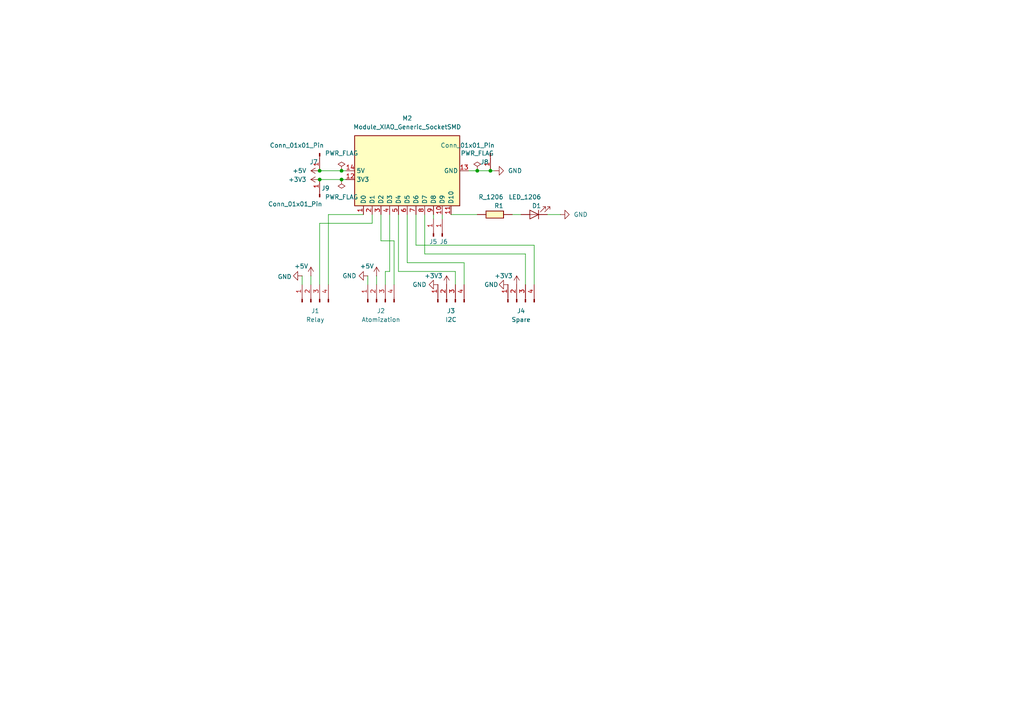
<source format=kicad_sch>
(kicad_sch (version 20250114) (generator "eeschema") (generator_version "9.0")
  (paper "A4")
  (lib_symbols
    (symbol "Connector:Conn_01x01_Pin" (pin_names (offset 1.016) (hide yes))
      (property "Reference" "J" (at 0 2.54 0))
      (property "Value" "Conn_01x01_Pin" (at 0 -2.54 0))
      (symbol "Conn_01x01_Pin_1_1"
        (rectangle (start 0.8636 0.127) (end 0 -0.127) (stroke (width 0.1524)) (fill (type outline)))
        (polyline (pts (xy 1.27 0) (xy 0.8636 0)) (stroke (width 0.1524)))
        (pin passive line (at 5.08 0 180) (length 3.81) (name "Pin_1") (number "1"))
      )
    )
    (symbol "Connector:Conn_01x04_Pin" (pin_names (offset 1.016) (hide yes))
      (property "Reference" "J" (at 0 5.08 0))
      (property "Value" "Conn_01x04_Pin" (at 0 -7.62 0))
      (symbol "Conn_01x04_Pin_1_1"
        (rectangle (start 0.8636 2.667) (end 0 2.413) (stroke (width 0.1524)) (fill (type outline)))
        (rectangle (start 0.8636 0.127) (end 0 -0.127) (stroke (width 0.1524)) (fill (type outline)))
        (rectangle (start 0.8636 -2.413) (end 0 -2.667) (stroke (width 0.1524)) (fill (type outline)))
        (rectangle (start 0.8636 -4.953) (end 0 -5.207) (stroke (width 0.1524)) (fill (type outline)))
        (polyline (pts (xy 1.27 2.54) (xy 0.8636 2.54)) (stroke (width 0.1524)))
        (polyline (pts (xy 1.27 0) (xy 0.8636 0)) (stroke (width 0.1524)))
        (polyline (pts (xy 1.27 -2.54) (xy 0.8636 -2.54)) (stroke (width 0.1524)))
        (polyline (pts (xy 1.27 -5.08) (xy 0.8636 -5.08)) (stroke (width 0.1524)))
        (pin passive line (at 5.08 2.54 180) (length 3.81) (name "Pin_1") (number "1"))
        (pin passive line (at 5.08 0 180) (length 3.81) (name "Pin_2") (number "2"))
        (pin passive line (at 5.08 -2.54 180) (length 3.81) (name "Pin_3") (number "3"))
        (pin passive line (at 5.08 -5.08 180) (length 3.81) (name "Pin_4") (number "4"))
      )
    )
    (symbol "PCM_fab:LED_1206" (pin_numbers (hide yes)) (pin_names (offset 1.016) (hide yes))
      (property "Reference" "D" (at 0 2.54 0))
      (property "Value" "LED_1206" (at 0 -2.54 0))
      (symbol "LED_1206_0_1"
        (polyline (pts (xy -3.048 -0.762) (xy -4.572 -2.286) (xy -3.81 -2.286) (xy -4.572 -2.286) (xy -4.572 -1.524)))
        (polyline (pts (xy -1.778 -0.762) (xy -3.302 -2.286) (xy -2.54 -2.286) (xy -3.302 -2.286) (xy -3.302 -1.524)))
        (polyline (pts (xy -1.27 0) (xy 1.27 0)))
        (polyline (pts (xy -1.27 -1.27) (xy -1.27 1.27)) (stroke (width 0.2032)))
        (polyline (pts (xy 1.27 -1.27) (xy 1.27 1.27) (xy -1.27 0) (xy 1.27 -1.27)) (stroke (width 0.2032)))
      )
      (symbol "LED_1206_1_1"
        (pin passive line (at -3.81 0 0) (length 2.54) (name "K") (number "1"))
        (pin passive line (at 3.81 0 180) (length 2.54) (name "A") (number "2"))
      )
    )
    (symbol "PCM_fab:Module_XIAO_Generic_SocketSMD"
      (property "Reference" "M" (at -10.16 16.51 0))
      (property "Value" "Module_XIAO_Generic_SocketSMD" (at 1.27 16.51 0))
      (symbol "Module_XIAO_Generic_SocketSMD_1_1"
        (rectangle (start -10.16 15.24) (end 10.16 -15.24) (stroke (width 0.254)) (fill (type background)))
        (pin bidirectional line (at -12.7 12.7 0) (length 2.54) (name "D0") (number "1"))
        (pin bidirectional line (at -12.7 10.16 0) (length 2.54) (name "D1") (number "2"))
        (pin bidirectional line (at -12.7 7.62 0) (length 2.54) (name "D2") (number "3"))
        (pin bidirectional line (at -12.7 5.08 0) (length 2.54) (name "D3") (number "4"))
        (pin bidirectional line (at -12.7 2.54 0) (length 2.54) (name "D4") (number "5"))
        (pin bidirectional line (at -12.7 0 0) (length 2.54) (name "D5") (number "6"))
        (pin bidirectional line (at -12.7 -2.54 0) (length 2.54) (name "D6") (number "7"))
        (pin bidirectional line (at -12.7 -5.08 0) (length 2.54) (name "D7") (number "8"))
        (pin bidirectional line (at -12.7 -7.62 0) (length 2.54) (name "D8") (number "9"))
        (pin bidirectional line (at -12.7 -10.16 0) (length 2.54) (name "D9") (number "10"))
        (pin bidirectional line (at -12.7 -12.7 0) (length 2.54) (name "D10") (number "11"))
        (pin power_in line (at -2.54 17.78 270) (length 2.54) (name "3V3") (number "12"))
        (pin power_in line (at 0 17.78 270) (length 2.54) (name "5V") (number "14"))
        (pin power_in line (at 0 -17.78 90) (length 2.54) (name "GND") (number "13"))
      )
    )
    (symbol "PCM_fab:PWR_FLAG" (power) (pin_numbers (hide yes)) (pin_names (offset 0) (hide yes))
      (property "Value" "PWR_FLAG" (at 0 3.81 0))
      (symbol "PWR_FLAG_0_1"
        (polyline (pts (xy 0 0) (xy 0 1.27) (xy -1.016 1.905) (xy 0 2.54) (xy 1.016 1.905) (xy 0 1.27)))
      )
      (symbol "PWR_FLAG_1_0"
        (pin power_out line (at 0 0 90) (length 0) (name "PWR_FLAG") (number "1"))
      )
    )
    (symbol "PCM_fab:R_1206" (pin_numbers (hide yes)) (pin_names (offset 0))
      (property "Reference" "R" (at 2.54 0 90))
      (property "Value" "R_1206" (at -2.54 0 90))
      (symbol "R_1206_0_1"
        (rectangle (start -1.016 -2.54) (end 1.016 2.54) (stroke (width 0.254)) (fill (type background)))
      )
      (symbol "R_1206_1_1"
        (pin passive line (at 0 5.08 270) (length 2.54) (name "~") (number "1"))
        (pin passive line (at 0 -5.08 90) (length 2.54) (name "~") (number "2"))
      )
    )
    (symbol "power:+3V3" (power) (pin_numbers (hide yes)) (pin_names (offset 0) (hide yes))
      (property "Value" "+3V3" (at 0 3.556 0))
      (symbol "+3V3_0_1"
        (polyline (pts (xy -0.762 1.27) (xy 0 2.54)))
        (polyline (pts (xy 0 2.54) (xy 0.762 1.27)))
        (polyline (pts (xy 0 0) (xy 0 2.54)))
      )
      (symbol "+3V3_1_1"
        (pin power_in line (at 0 0 90) (length 0) (name "~") (number "1"))
      )
    )
    (symbol "power:+5V" (power) (pin_numbers (hide yes)) (pin_names (offset 0) (hide yes))
      (property "Value" "+5V" (at 0 3.556 0))
      (symbol "+5V_0_1"
        (polyline (pts (xy -0.762 1.27) (xy 0 2.54)))
        (polyline (pts (xy 0 2.54) (xy 0.762 1.27)))
        (polyline (pts (xy 0 0) (xy 0 2.54)))
      )
      (symbol "+5V_1_1"
        (pin power_in line (at 0 0 90) (length 0) (name "~") (number "1"))
      )
    )
    (symbol "power:GND" (power) (pin_numbers (hide yes)) (pin_names (offset 0) (hide yes))
      (property "Value" "GND" (at 0 -3.81 0))
      (symbol "GND_0_1"
        (polyline (pts (xy 0 0) (xy 0 -1.27) (xy 1.27 -1.27) (xy 0 -2.54) (xy -1.27 -1.27) (xy 0 -1.27)))
      )
      (symbol "GND_1_1"
        (pin power_in line (at 0 0 270) (length 0) (name "~") (number "1"))
      )
    )
  )
  (junction (at 138.43 49.53))
  (junction (at 92.71 49.53))
  (junction (at 92.71 52.07))
  (junction (at 99.06 49.53))
  (junction (at 142.24 49.53))
  (junction (at 99.06 52.07))
  (wire (pts (xy 109.22 80.01) (xy 109.22 82.55)))
  (wire (pts (xy 92.71 52.07) (xy 99.06 52.07)))
  (wire (pts (xy 111.76 78.74) (xy 111.76 82.55)))
  (wire (pts (xy 148.59 62.23) (xy 151.13 62.23)))
  (wire (pts (xy 113.03 62.23) (xy 113.03 78.74)))
  (wire (pts (xy 115.57 62.23) (xy 115.57 78.74)))
  (wire (pts (xy 154.94 71.12) (xy 154.94 82.55)))
  (wire (pts (xy 92.71 49.53) (xy 99.06 49.53)))
  (wire (pts (xy 110.49 62.23) (xy 110.49 69.85)))
  (wire (pts (xy 130.81 62.23) (xy 138.43 62.23)))
  (wire (pts (xy 142.24 49.53) (xy 143.51 49.53)))
  (wire (pts (xy 115.57 78.74) (xy 132.08 78.74)))
  (wire (pts (xy 125.73 62.23) (xy 125.73 63.5)))
  (wire (pts (xy 87.63 80.01) (xy 87.63 82.55)))
  (wire (pts (xy 128.27 62.23) (xy 128.27 63.5)))
  (wire (pts (xy 152.4 73.66) (xy 152.4 82.55)))
  (wire (pts (xy 123.19 62.23) (xy 123.19 73.66)))
  (wire (pts (xy 107.95 62.23) (xy 107.95 64.77)))
  (wire (pts (xy 134.62 76.2) (xy 134.62 82.55)))
  (wire (pts (xy 99.06 49.53) (xy 100.33 49.53)))
  (wire (pts (xy 107.95 64.77) (xy 92.71 64.77)))
  (wire (pts (xy 113.03 78.74) (xy 111.76 78.74)))
  (wire (pts (xy 95.25 62.23) (xy 95.25 82.55)))
  (wire (pts (xy 110.49 69.85) (xy 114.3 69.85)))
  (wire (pts (xy 138.43 49.53) (xy 142.24 49.53)))
  (wire (pts (xy 90.17 80.01) (xy 90.17 82.55)))
  (wire (pts (xy 99.06 52.07) (xy 100.33 52.07)))
  (wire (pts (xy 118.11 76.2) (xy 134.62 76.2)))
  (wire (pts (xy 120.65 62.23) (xy 120.65 71.12)))
  (wire (pts (xy 123.19 73.66) (xy 152.4 73.66)))
  (wire (pts (xy 118.11 62.23) (xy 118.11 76.2)))
  (wire (pts (xy 92.71 64.77) (xy 92.71 82.55)))
  (wire (pts (xy 106.68 80.01) (xy 106.68 82.55)))
  (wire (pts (xy 132.08 78.74) (xy 132.08 82.55)))
  (wire (pts (xy 158.75 62.23) (xy 162.56 62.23)))
  (wire (pts (xy 135.89 49.53) (xy 138.43 49.53)))
  (wire (pts (xy 120.65 71.12) (xy 154.94 71.12)))
  (wire (pts (xy 114.3 69.85) (xy 114.3 82.55)))
  (wire (pts (xy 105.41 62.23) (xy 95.25 62.23)))
  (symbol (lib_id "PCM_fab:LED_1206") (at 154.94 62.23 180) (unit 1)
    (property "Reference" "D1" (at 156.972 59.69 0) (effects (justify left)))
    (property "Value" "LED_1206" (at 156.972 57.15 0) (effects (justify left)))
    (property "Footprint" "PCM_fab:LED_1206" (effects (hide yes)))
    (property "Datasheet" "https://optoelectronics.liteon.com/upload/download/DS-22-98-0002/LTST-C150CKT.pdf" (effects (hide yes)))
    (property "Description" "Light emitting diode, Lite-On Inc. LTST, SMD" (effects (hide yes)))
  )
  (symbol (lib_id "power:GND") (at 87.63 80.01 270) (unit 1)
    (property "Reference" "#PWR03" (effects (hide yes)))
    (property "Value" "GND" (at 82.55 80.264 90))
    (property "Description" "Power symbol creates a global label with name \"GND\" , ground" (effects (hide yes)))
  )
  (symbol (lib_id "power:GND") (at 106.68 80.01 270) (unit 1)
    (property "Reference" "#PWR04" (effects (hide yes)))
    (property "Value" "GND" (at 101.346 80.01 90))
    (property "Description" "Power symbol creates a global label with name \"GND\" , ground" (effects (hide yes)))
  )
  (symbol (lib_id "Connector:Conn_01x01_Pin") (at 142.24 44.45 270) (unit 1)
    (property "Reference" "J8" (at 141.732 46.99 90) (effects (justify right)))
    (property "Value" "Conn_01x01_Pin" (at 143.51 42.164 90) (effects (justify right)))
    (property "Footprint" "TestPoint:TestPoint_Pad_2.0x2.0mm" (effects (hide yes)))
    (property "Description" "Generic connector, single row, 01x01, script generated" (effects (hide yes)))
  )
  (symbol (lib_id "power:GND") (at 147.32 82.55 270) (unit 1)
    (property "Reference" "#PWR014" (effects (hide yes)))
    (property "Value" "GND" (at 142.494 82.55 90))
    (property "Description" "Power symbol creates a global label with name \"GND\" , ground" (effects (hide yes)))
  )
  (symbol (lib_id "power:+5V") (at 92.71 49.53 90) (unit 1)
    (property "Reference" "#PWR011" (effects (hide yes)))
    (property "Value" "+5V" (at 88.9 49.5299 90) (effects (justify left)))
    (property "Description" "Power symbol creates a global label with name \"+5V\"" (effects (hide yes)))
  )
  (symbol (lib_id "power:GND") (at 127 82.55 270) (unit 1)
    (property "Reference" "#PWR013" (effects (hide yes)))
    (property "Value" "GND" (at 121.666 82.55 90))
    (property "Description" "Power symbol creates a global label with name \"GND\" , ground" (effects (hide yes)))
  )
  (symbol (lib_id "Connector:Conn_01x04_Pin") (at 129.54 87.63 90) (unit 1)
    (property "Reference" "J3" (at 130.81 90.17 90))
    (property "Value" "I2C" (at 130.81 92.71 90))
    (property "Footprint" "Grove:SEEEDSTUDIO_114020164" (effects (hide yes)))
    (property "Description" "Generic connector, single row, 01x04, script generated" (effects (hide yes)))
  )
  (symbol (lib_id "Connector:Conn_01x01_Pin") (at 125.73 68.58 90) (unit 1)
    (property "Reference" "J5" (at 124.46 70.104 90) (effects (justify right)))
    (property "Value" "Conn_01x01_Pin" (effects (hide yes)))
    (property "Footprint" "TestPoint:TestPoint_Pad_2.0x2.0mm" (effects (hide yes)))
    (property "Description" "Generic connector, single row, 01x01, script generated" (effects (hide yes)))
  )
  (symbol (lib_id "PCM_fab:PWR_FLAG") (at 99.06 52.07 180) (unit 1)
    (property "Reference" "#FLG02" (effects (hide yes)))
    (property "Value" "PWR_FLAG" (at 99.06 57.15 0))
    (property "Description" "Special symbol for telling ERC where power comes from" (effects (hide yes)))
  )
  (symbol (lib_id "power:+3V3") (at 149.86 82.55 0) (unit 1)
    (property "Reference" "#PWR010" (effects (hide yes)))
    (property "Value" "+3V3" (at 146.05 80.01 0))
    (property "Description" "Power symbol creates a global label with name \"+3V3\"" (effects (hide yes)))
  )
  (symbol (lib_id "Connector:Conn_01x04_Pin") (at 90.17 87.63 90) (unit 1)
    (property "Reference" "J1" (at 91.44 90.17 90))
    (property "Value" "Relay" (at 91.44 92.71 90))
    (property "Footprint" "Grove:SEEEDSTUDIO_114020164" (effects (hide yes)))
    (property "Description" "Generic connector, single row, 01x04, script generated" (effects (hide yes)))
  )
  (symbol (lib_id "Connector:Conn_01x01_Pin") (at 128.27 68.58 90) (unit 1)
    (property "Reference" "J6" (at 127.508 70.104 90) (effects (justify right)))
    (property "Value" "Conn_01x01_Pin" (effects (hide yes)))
    (property "Footprint" "TestPoint:TestPoint_Pad_2.0x2.0mm" (effects (hide yes)))
    (property "Description" "Generic connector, single row, 01x01, script generated" (effects (hide yes)))
  )
  (symbol (lib_id "Connector:Conn_01x01_Pin") (at 92.71 44.45 270) (unit 1)
    (property "Reference" "J7" (at 92.202 46.99 90) (effects (justify right)))
    (property "Value" "Conn_01x01_Pin" (at 93.98 42.164 90) (effects (justify right)))
    (property "Footprint" "TestPoint:TestPoint_Pad_2.0x2.0mm" (effects (hide yes)))
    (property "Description" "Generic connector, single row, 01x01, script generated" (effects (hide yes)))
  )
  (symbol (lib_id "power:+5V") (at 109.22 80.01 0) (unit 1)
    (property "Reference" "#PWR06" (effects (hide yes)))
    (property "Value" "+5V" (at 106.426 77.216 0))
    (property "Description" "Power symbol creates a global label with name \"+5V\"" (effects (hide yes)))
  )
  (symbol (lib_id "PCM_fab:Module_XIAO_Generic_SocketSMD") (at 118.11 49.53 90) (unit 1)
    (property "Reference" "M2" (at 118.11 34.29 90))
    (property "Value" "Module_XIAO_Generic_SocketSMD" (at 118.11 36.83 90))
    (property "Footprint" "PCM_fab:Module_XIAO_Generic_SocketSMD" (effects (hide yes)))
    (property "Datasheet" "https://wiki.seeedstudio.com/xiao_topic_page/" (effects (hide yes)))
    (property "Description" "The Seeed Studio XIAO series, named after the Chinese word for \"small,\" comprises tiny development boards based on various hardware platforms of ESP32, SAMD21, RP2040, nRF52840, RP2350 and RA4M1, MG24" (effects (hide yes)))
  )
  (symbol (lib_id "PCM_fab:R_1206") (at 143.51 62.23 90) (unit 1)
    (property "Reference" "R1" (at 146.05 59.69 90) (effects (justify left)))
    (property "Value" "R_1206" (at 146.05 57.15 90) (effects (justify left)))
    (property "Footprint" "PCM_fab:R_1206" (effects (hide yes)))
    (property "Description" "Resistor" (effects (hide yes)))
  )
  (symbol (lib_id "Connector:Conn_01x01_Pin") (at 92.71 57.15 90) (unit 1)
    (property "Reference" "J9" (at 93.218 54.61 90) (effects (justify right)))
    (property "Value" "Conn_01x01_Pin" (at 77.724 59.182 90) (effects (justify right)))
    (property "Footprint" "TestPoint:TestPoint_Pad_2.0x2.0mm" (effects (hide yes)))
    (property "Description" "Generic connector, single row, 01x01, script generated" (effects (hide yes)))
  )
  (symbol (lib_id "PCM_fab:PWR_FLAG") (at 99.06 49.53 0) (unit 1)
    (property "Reference" "#FLG01" (effects (hide yes)))
    (property "Value" "PWR_FLAG" (at 99.06 44.45 0))
    (property "Description" "Special symbol for telling ERC where power comes from" (effects (hide yes)))
  )
  (symbol (lib_id "Connector:Conn_01x04_Pin") (at 149.86 87.63 90) (unit 1)
    (property "Reference" "J4" (at 151.13 90.17 90))
    (property "Value" "Spare" (at 151.13 92.71 90))
    (property "Footprint" "Grove:SEEEDSTUDIO_114020164" (effects (hide yes)))
    (property "Description" "Generic connector, single row, 01x04, script generated" (effects (hide yes)))
  )
  (symbol (lib_id "power:GND") (at 162.56 62.23 90) (unit 1)
    (property "Reference" "#PWR02" (effects (hide yes)))
    (property "Value" "GND" (at 166.37 62.2299 90) (effects (justify right)))
    (property "Description" "Power symbol creates a global label with name \"GND\" , ground" (effects (hide yes)))
  )
  (symbol (lib_id "PCM_fab:PWR_FLAG") (at 138.43 49.53 0) (unit 1)
    (property "Reference" "#FLG03" (effects (hide yes)))
    (property "Value" "PWR_FLAG" (at 138.43 44.45 0))
    (property "Description" "Special symbol for telling ERC where power comes from" (effects (hide yes)))
  )
  (symbol (lib_id "power:+3V3") (at 129.54 82.55 0) (unit 1)
    (property "Reference" "#PWR015" (effects (hide yes)))
    (property "Value" "+3V3" (at 125.73 80.01 0))
    (property "Description" "Power symbol creates a global label with name \"+3V3\"" (effects (hide yes)))
  )
  (symbol (lib_id "Connector:Conn_01x04_Pin") (at 109.22 87.63 90) (unit 1)
    (property "Reference" "J2" (at 110.49 90.17 90))
    (property "Value" "Atomization" (at 110.49 92.71 90))
    (property "Footprint" "Grove:SEEEDSTUDIO_114020164" (effects (hide yes)))
    (property "Description" "Generic connector, single row, 01x04, script generated" (effects (hide yes)))
  )
  (symbol (lib_id "power:+3V3") (at 92.71 52.07 90) (unit 1)
    (property "Reference" "#PWR012" (effects (hide yes)))
    (property "Value" "+3V3" (at 88.9 52.0699 90) (effects (justify left)))
    (property "Description" "Power symbol creates a global label with name \"+3V3\"" (effects (hide yes)))
  )
  (symbol (lib_id "power:+5V") (at 90.17 80.01 0) (unit 1)
    (property "Reference" "#PWR05" (effects (hide yes)))
    (property "Value" "+5V" (at 87.376 77.216 0))
    (property "Description" "Power symbol creates a global label with name \"+5V\"" (effects (hide yes)))
  )
  (symbol (lib_id "power:GND") (at 143.51 49.53 90) (unit 1)
    (property "Reference" "#PWR01" (effects (hide yes)))
    (property "Value" "GND" (at 147.32 49.5299 90) (effects (justify right)))
    (property "Description" "Power symbol creates a global label with name \"GND\" , ground" (effects (hide yes)))
  )
)
</source>
